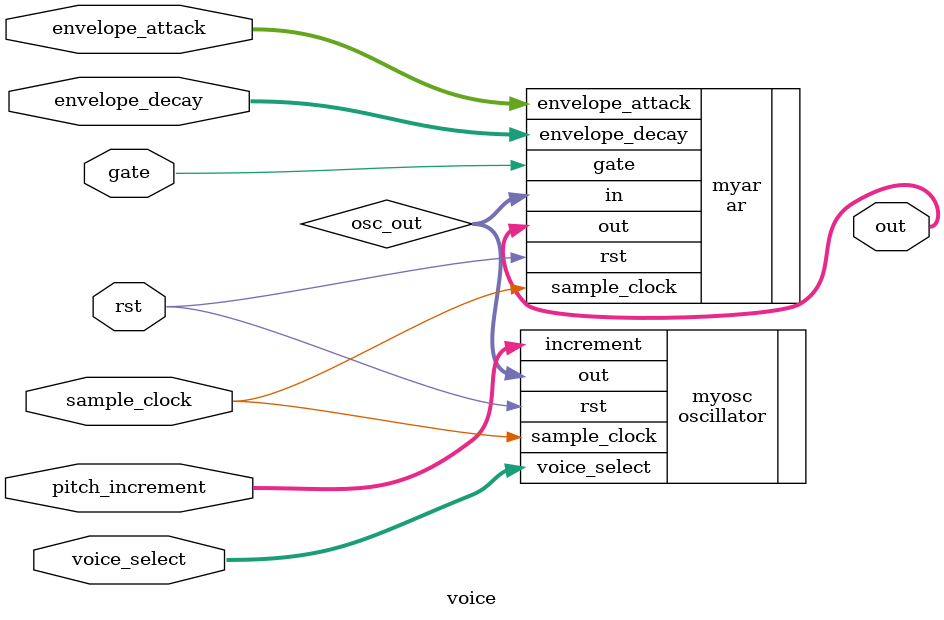
<source format=v>
`include "oscillator.v"
`include "ar.v"

module voice #( 
	parameter BITDEPTH   = 14,
	parameter BITFRACTION   = 8
)(
	input sample_clock,
	input rst,
	input [3:0] voice_select,
  	input [15:0] pitch_increment,
  	input [7:0] envelope_attack,
  	input [7:0] envelope_decay,
	input gate,

	output [BITDEPTH-1:0] out
);

wire [BITDEPTH-1:0] osc_out;
oscillator #( .BITDEPTH(BITDEPTH), .BITFRACTION(BITFRACTION)) myosc 
(
	.sample_clock(sample_clock),
	.rst(rst),
	.increment(pitch_increment) ,  
	.voice_select(voice_select), 
	.out(osc_out)
);

wire [BITDEPTH-1:0] out;
ar myar (
	.sample_clock(sample_clock),
	.rst(rst),
	.in(osc_out),
	.envelope_attack(envelope_attack),
	.envelope_decay(envelope_decay),
	.gate(gate),
	.out(out)
);

endmodule


</source>
